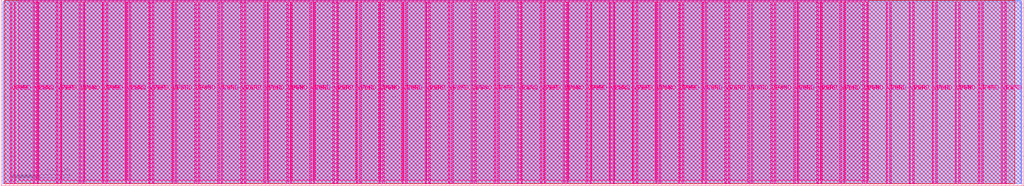
<source format=lef>
VERSION 5.7 ;
  NOWIREEXTENSIONATPIN ON ;
  DIVIDERCHAR "/" ;
  BUSBITCHARS "[]" ;
MACRO tt_um_snn_with_delays_paolaunisa
  CLASS BLOCK ;
  FOREIGN tt_um_snn_with_delays_paolaunisa ;
  ORIGIN 0.000 0.000 ;
  SIZE 1724.160 BY 313.740 ;
  PIN VGND
    DIRECTION INOUT ;
    USE GROUND ;
    PORT
      LAYER Metal5 ;
        RECT 21.580 3.560 23.780 310.180 ;
    END
    PORT
      LAYER Metal5 ;
        RECT 60.450 3.560 62.650 310.180 ;
    END
    PORT
      LAYER Metal5 ;
        RECT 99.320 3.560 101.520 310.180 ;
    END
    PORT
      LAYER Metal5 ;
        RECT 138.190 3.560 140.390 310.180 ;
    END
    PORT
      LAYER Metal5 ;
        RECT 177.060 3.560 179.260 310.180 ;
    END
    PORT
      LAYER Metal5 ;
        RECT 215.930 3.560 218.130 310.180 ;
    END
    PORT
      LAYER Metal5 ;
        RECT 254.800 3.560 257.000 310.180 ;
    END
    PORT
      LAYER Metal5 ;
        RECT 293.670 3.560 295.870 310.180 ;
    END
    PORT
      LAYER Metal5 ;
        RECT 332.540 3.560 334.740 310.180 ;
    END
    PORT
      LAYER Metal5 ;
        RECT 371.410 3.560 373.610 310.180 ;
    END
    PORT
      LAYER Metal5 ;
        RECT 410.280 3.560 412.480 310.180 ;
    END
    PORT
      LAYER Metal5 ;
        RECT 449.150 3.560 451.350 310.180 ;
    END
    PORT
      LAYER Metal5 ;
        RECT 488.020 3.560 490.220 310.180 ;
    END
    PORT
      LAYER Metal5 ;
        RECT 526.890 3.560 529.090 310.180 ;
    END
    PORT
      LAYER Metal5 ;
        RECT 565.760 3.560 567.960 310.180 ;
    END
    PORT
      LAYER Metal5 ;
        RECT 604.630 3.560 606.830 310.180 ;
    END
    PORT
      LAYER Metal5 ;
        RECT 643.500 3.560 645.700 310.180 ;
    END
    PORT
      LAYER Metal5 ;
        RECT 682.370 3.560 684.570 310.180 ;
    END
    PORT
      LAYER Metal5 ;
        RECT 721.240 3.560 723.440 310.180 ;
    END
    PORT
      LAYER Metal5 ;
        RECT 760.110 3.560 762.310 310.180 ;
    END
    PORT
      LAYER Metal5 ;
        RECT 798.980 3.560 801.180 310.180 ;
    END
    PORT
      LAYER Metal5 ;
        RECT 837.850 3.560 840.050 310.180 ;
    END
    PORT
      LAYER Metal5 ;
        RECT 876.720 3.560 878.920 310.180 ;
    END
    PORT
      LAYER Metal5 ;
        RECT 915.590 3.560 917.790 310.180 ;
    END
    PORT
      LAYER Metal5 ;
        RECT 954.460 3.560 956.660 310.180 ;
    END
    PORT
      LAYER Metal5 ;
        RECT 993.330 3.560 995.530 310.180 ;
    END
    PORT
      LAYER Metal5 ;
        RECT 1032.200 3.560 1034.400 310.180 ;
    END
    PORT
      LAYER Metal5 ;
        RECT 1071.070 3.560 1073.270 310.180 ;
    END
    PORT
      LAYER Metal5 ;
        RECT 1109.940 3.560 1112.140 310.180 ;
    END
    PORT
      LAYER Metal5 ;
        RECT 1148.810 3.560 1151.010 310.180 ;
    END
    PORT
      LAYER Metal5 ;
        RECT 1187.680 3.560 1189.880 310.180 ;
    END
    PORT
      LAYER Metal5 ;
        RECT 1226.550 3.560 1228.750 310.180 ;
    END
    PORT
      LAYER Metal5 ;
        RECT 1265.420 3.560 1267.620 310.180 ;
    END
    PORT
      LAYER Metal5 ;
        RECT 1304.290 3.560 1306.490 310.180 ;
    END
    PORT
      LAYER Metal5 ;
        RECT 1343.160 3.560 1345.360 310.180 ;
    END
    PORT
      LAYER Metal5 ;
        RECT 1382.030 3.560 1384.230 310.180 ;
    END
    PORT
      LAYER Metal5 ;
        RECT 1420.900 3.560 1423.100 310.180 ;
    END
    PORT
      LAYER Metal5 ;
        RECT 1459.770 3.560 1461.970 310.180 ;
    END
    PORT
      LAYER Metal5 ;
        RECT 1498.640 3.560 1500.840 310.180 ;
    END
    PORT
      LAYER Metal5 ;
        RECT 1537.510 3.560 1539.710 310.180 ;
    END
    PORT
      LAYER Metal5 ;
        RECT 1576.380 3.560 1578.580 310.180 ;
    END
    PORT
      LAYER Metal5 ;
        RECT 1615.250 3.560 1617.450 310.180 ;
    END
    PORT
      LAYER Metal5 ;
        RECT 1654.120 3.560 1656.320 310.180 ;
    END
    PORT
      LAYER Metal5 ;
        RECT 1692.990 3.560 1695.190 310.180 ;
    END
  END VGND
  PIN VPWR
    DIRECTION INOUT ;
    USE POWER ;
    PORT
      LAYER Metal5 ;
        RECT 15.380 3.560 17.580 310.180 ;
    END
    PORT
      LAYER Metal5 ;
        RECT 54.250 3.560 56.450 310.180 ;
    END
    PORT
      LAYER Metal5 ;
        RECT 93.120 3.560 95.320 310.180 ;
    END
    PORT
      LAYER Metal5 ;
        RECT 131.990 3.560 134.190 310.180 ;
    END
    PORT
      LAYER Metal5 ;
        RECT 170.860 3.560 173.060 310.180 ;
    END
    PORT
      LAYER Metal5 ;
        RECT 209.730 3.560 211.930 310.180 ;
    END
    PORT
      LAYER Metal5 ;
        RECT 248.600 3.560 250.800 310.180 ;
    END
    PORT
      LAYER Metal5 ;
        RECT 287.470 3.560 289.670 310.180 ;
    END
    PORT
      LAYER Metal5 ;
        RECT 326.340 3.560 328.540 310.180 ;
    END
    PORT
      LAYER Metal5 ;
        RECT 365.210 3.560 367.410 310.180 ;
    END
    PORT
      LAYER Metal5 ;
        RECT 404.080 3.560 406.280 310.180 ;
    END
    PORT
      LAYER Metal5 ;
        RECT 442.950 3.560 445.150 310.180 ;
    END
    PORT
      LAYER Metal5 ;
        RECT 481.820 3.560 484.020 310.180 ;
    END
    PORT
      LAYER Metal5 ;
        RECT 520.690 3.560 522.890 310.180 ;
    END
    PORT
      LAYER Metal5 ;
        RECT 559.560 3.560 561.760 310.180 ;
    END
    PORT
      LAYER Metal5 ;
        RECT 598.430 3.560 600.630 310.180 ;
    END
    PORT
      LAYER Metal5 ;
        RECT 637.300 3.560 639.500 310.180 ;
    END
    PORT
      LAYER Metal5 ;
        RECT 676.170 3.560 678.370 310.180 ;
    END
    PORT
      LAYER Metal5 ;
        RECT 715.040 3.560 717.240 310.180 ;
    END
    PORT
      LAYER Metal5 ;
        RECT 753.910 3.560 756.110 310.180 ;
    END
    PORT
      LAYER Metal5 ;
        RECT 792.780 3.560 794.980 310.180 ;
    END
    PORT
      LAYER Metal5 ;
        RECT 831.650 3.560 833.850 310.180 ;
    END
    PORT
      LAYER Metal5 ;
        RECT 870.520 3.560 872.720 310.180 ;
    END
    PORT
      LAYER Metal5 ;
        RECT 909.390 3.560 911.590 310.180 ;
    END
    PORT
      LAYER Metal5 ;
        RECT 948.260 3.560 950.460 310.180 ;
    END
    PORT
      LAYER Metal5 ;
        RECT 987.130 3.560 989.330 310.180 ;
    END
    PORT
      LAYER Metal5 ;
        RECT 1026.000 3.560 1028.200 310.180 ;
    END
    PORT
      LAYER Metal5 ;
        RECT 1064.870 3.560 1067.070 310.180 ;
    END
    PORT
      LAYER Metal5 ;
        RECT 1103.740 3.560 1105.940 310.180 ;
    END
    PORT
      LAYER Metal5 ;
        RECT 1142.610 3.560 1144.810 310.180 ;
    END
    PORT
      LAYER Metal5 ;
        RECT 1181.480 3.560 1183.680 310.180 ;
    END
    PORT
      LAYER Metal5 ;
        RECT 1220.350 3.560 1222.550 310.180 ;
    END
    PORT
      LAYER Metal5 ;
        RECT 1259.220 3.560 1261.420 310.180 ;
    END
    PORT
      LAYER Metal5 ;
        RECT 1298.090 3.560 1300.290 310.180 ;
    END
    PORT
      LAYER Metal5 ;
        RECT 1336.960 3.560 1339.160 310.180 ;
    END
    PORT
      LAYER Metal5 ;
        RECT 1375.830 3.560 1378.030 310.180 ;
    END
    PORT
      LAYER Metal5 ;
        RECT 1414.700 3.560 1416.900 310.180 ;
    END
    PORT
      LAYER Metal5 ;
        RECT 1453.570 3.560 1455.770 310.180 ;
    END
    PORT
      LAYER Metal5 ;
        RECT 1492.440 3.560 1494.640 310.180 ;
    END
    PORT
      LAYER Metal5 ;
        RECT 1531.310 3.560 1533.510 310.180 ;
    END
    PORT
      LAYER Metal5 ;
        RECT 1570.180 3.560 1572.380 310.180 ;
    END
    PORT
      LAYER Metal5 ;
        RECT 1609.050 3.560 1611.250 310.180 ;
    END
    PORT
      LAYER Metal5 ;
        RECT 1647.920 3.560 1650.120 310.180 ;
    END
    PORT
      LAYER Metal5 ;
        RECT 1686.790 3.560 1688.990 310.180 ;
    END
  END VPWR
  PIN clk
    DIRECTION INPUT ;
    USE SIGNAL ;
    ANTENNAGATEAREA 0.213200 ;
    PORT
      LAYER Metal5 ;
        RECT 187.050 312.740 187.350 313.740 ;
    END
  END clk
  PIN ena
    DIRECTION INPUT ;
    USE SIGNAL ;
    PORT
      LAYER Metal5 ;
        RECT 190.890 312.740 191.190 313.740 ;
    END
  END ena
  PIN rst_n
    DIRECTION INPUT ;
    USE SIGNAL ;
    ANTENNAGATEAREA 0.213200 ;
    PORT
      LAYER Metal5 ;
        RECT 183.210 312.740 183.510 313.740 ;
    END
  END rst_n
  PIN ui_in[0]
    DIRECTION INPUT ;
    USE SIGNAL ;
    ANTENNAGATEAREA 0.725400 ;
    PORT
      LAYER Metal5 ;
        RECT 179.370 312.740 179.670 313.740 ;
    END
  END ui_in[0]
  PIN ui_in[1]
    DIRECTION INPUT ;
    USE SIGNAL ;
    ANTENNAGATEAREA 0.725400 ;
    PORT
      LAYER Metal5 ;
        RECT 175.530 312.740 175.830 313.740 ;
    END
  END ui_in[1]
  PIN ui_in[2]
    DIRECTION INPUT ;
    USE SIGNAL ;
    ANTENNAGATEAREA 0.725400 ;
    PORT
      LAYER Metal5 ;
        RECT 171.690 312.740 171.990 313.740 ;
    END
  END ui_in[2]
  PIN ui_in[3]
    DIRECTION INPUT ;
    USE SIGNAL ;
    ANTENNAGATEAREA 0.314600 ;
    PORT
      LAYER Metal5 ;
        RECT 167.850 312.740 168.150 313.740 ;
    END
  END ui_in[3]
  PIN ui_in[4]
    DIRECTION INPUT ;
    USE SIGNAL ;
    ANTENNAGATEAREA 0.725400 ;
    PORT
      LAYER Metal5 ;
        RECT 164.010 312.740 164.310 313.740 ;
    END
  END ui_in[4]
  PIN ui_in[5]
    DIRECTION INPUT ;
    USE SIGNAL ;
    ANTENNAGATEAREA 0.725400 ;
    PORT
      LAYER Metal5 ;
        RECT 160.170 312.740 160.470 313.740 ;
    END
  END ui_in[5]
  PIN ui_in[6]
    DIRECTION INPUT ;
    USE SIGNAL ;
    ANTENNAGATEAREA 0.725400 ;
    PORT
      LAYER Metal5 ;
        RECT 156.330 312.740 156.630 313.740 ;
    END
  END ui_in[6]
  PIN ui_in[7]
    DIRECTION INPUT ;
    USE SIGNAL ;
    ANTENNAGATEAREA 0.725400 ;
    PORT
      LAYER Metal5 ;
        RECT 152.490 312.740 152.790 313.740 ;
    END
  END ui_in[7]
  PIN uio_in[0]
    DIRECTION INPUT ;
    USE SIGNAL ;
    ANTENNAGATEAREA 0.725400 ;
    PORT
      LAYER Metal5 ;
        RECT 148.650 312.740 148.950 313.740 ;
    END
  END uio_in[0]
  PIN uio_in[1]
    DIRECTION INPUT ;
    USE SIGNAL ;
    ANTENNAGATEAREA 0.725400 ;
    PORT
      LAYER Metal5 ;
        RECT 144.810 312.740 145.110 313.740 ;
    END
  END uio_in[1]
  PIN uio_in[2]
    DIRECTION INPUT ;
    USE SIGNAL ;
    PORT
      LAYER Metal5 ;
        RECT 140.970 312.740 141.270 313.740 ;
    END
  END uio_in[2]
  PIN uio_in[3]
    DIRECTION INPUT ;
    USE SIGNAL ;
    ANTENNAGATEAREA 1.765400 ;
    PORT
      LAYER Metal5 ;
        RECT 137.130 312.740 137.430 313.740 ;
    END
  END uio_in[3]
  PIN uio_in[4]
    DIRECTION INPUT ;
    USE SIGNAL ;
    ANTENNAGATEAREA 0.314600 ;
    PORT
      LAYER Metal5 ;
        RECT 133.290 312.740 133.590 313.740 ;
    END
  END uio_in[4]
  PIN uio_in[5]
    DIRECTION INPUT ;
    USE SIGNAL ;
    PORT
      LAYER Metal5 ;
        RECT 129.450 312.740 129.750 313.740 ;
    END
  END uio_in[5]
  PIN uio_in[6]
    DIRECTION INPUT ;
    USE SIGNAL ;
    ANTENNAGATEAREA 0.314600 ;
    PORT
      LAYER Metal5 ;
        RECT 125.610 312.740 125.910 313.740 ;
    END
  END uio_in[6]
  PIN uio_in[7]
    DIRECTION INPUT ;
    USE SIGNAL ;
    PORT
      LAYER Metal5 ;
        RECT 121.770 312.740 122.070 313.740 ;
    END
  END uio_in[7]
  PIN uio_oe[0]
    DIRECTION OUTPUT ;
    USE SIGNAL ;
    ANTENNADIFFAREA 0.299200 ;
    PORT
      LAYER Metal5 ;
        RECT 56.490 312.740 56.790 313.740 ;
    END
  END uio_oe[0]
  PIN uio_oe[1]
    DIRECTION OUTPUT ;
    USE SIGNAL ;
    ANTENNADIFFAREA 0.299200 ;
    PORT
      LAYER Metal5 ;
        RECT 52.650 312.740 52.950 313.740 ;
    END
  END uio_oe[1]
  PIN uio_oe[2]
    DIRECTION OUTPUT ;
    USE SIGNAL ;
    ANTENNADIFFAREA 0.392700 ;
    PORT
      LAYER Metal5 ;
        RECT 48.810 312.740 49.110 313.740 ;
    END
  END uio_oe[2]
  PIN uio_oe[3]
    DIRECTION OUTPUT ;
    USE SIGNAL ;
    ANTENNADIFFAREA 0.299200 ;
    PORT
      LAYER Metal5 ;
        RECT 44.970 312.740 45.270 313.740 ;
    END
  END uio_oe[3]
  PIN uio_oe[4]
    DIRECTION OUTPUT ;
    USE SIGNAL ;
    ANTENNADIFFAREA 0.299200 ;
    PORT
      LAYER Metal5 ;
        RECT 41.130 312.740 41.430 313.740 ;
    END
  END uio_oe[4]
  PIN uio_oe[5]
    DIRECTION OUTPUT ;
    USE SIGNAL ;
    ANTENNADIFFAREA 0.392700 ;
    PORT
      LAYER Metal5 ;
        RECT 37.290 312.740 37.590 313.740 ;
    END
  END uio_oe[5]
  PIN uio_oe[6]
    DIRECTION OUTPUT ;
    USE SIGNAL ;
    ANTENNADIFFAREA 0.299200 ;
    PORT
      LAYER Metal5 ;
        RECT 33.450 312.740 33.750 313.740 ;
    END
  END uio_oe[6]
  PIN uio_oe[7]
    DIRECTION OUTPUT ;
    USE SIGNAL ;
    ANTENNADIFFAREA 0.392700 ;
    PORT
      LAYER Metal5 ;
        RECT 29.610 312.740 29.910 313.740 ;
    END
  END uio_oe[7]
  PIN uio_out[0]
    DIRECTION OUTPUT ;
    USE SIGNAL ;
    ANTENNADIFFAREA 0.299200 ;
    PORT
      LAYER Metal5 ;
        RECT 87.210 312.740 87.510 313.740 ;
    END
  END uio_out[0]
  PIN uio_out[1]
    DIRECTION OUTPUT ;
    USE SIGNAL ;
    ANTENNADIFFAREA 0.299200 ;
    PORT
      LAYER Metal5 ;
        RECT 83.370 312.740 83.670 313.740 ;
    END
  END uio_out[1]
  PIN uio_out[2]
    DIRECTION OUTPUT ;
    USE SIGNAL ;
    ANTENNADIFFAREA 2.827200 ;
    PORT
      LAYER Metal5 ;
        RECT 79.530 312.740 79.830 313.740 ;
    END
  END uio_out[2]
  PIN uio_out[3]
    DIRECTION OUTPUT ;
    USE SIGNAL ;
    ANTENNADIFFAREA 0.299200 ;
    PORT
      LAYER Metal5 ;
        RECT 75.690 312.740 75.990 313.740 ;
    END
  END uio_out[3]
  PIN uio_out[4]
    DIRECTION OUTPUT ;
    USE SIGNAL ;
    ANTENNADIFFAREA 0.299200 ;
    PORT
      LAYER Metal5 ;
        RECT 71.850 312.740 72.150 313.740 ;
    END
  END uio_out[4]
  PIN uio_out[5]
    DIRECTION OUTPUT ;
    USE SIGNAL ;
    ANTENNADIFFAREA 1.413600 ;
    PORT
      LAYER Metal5 ;
        RECT 68.010 312.740 68.310 313.740 ;
    END
  END uio_out[5]
  PIN uio_out[6]
    DIRECTION OUTPUT ;
    USE SIGNAL ;
    ANTENNADIFFAREA 0.299200 ;
    PORT
      LAYER Metal5 ;
        RECT 64.170 312.740 64.470 313.740 ;
    END
  END uio_out[6]
  PIN uio_out[7]
    DIRECTION OUTPUT ;
    USE SIGNAL ;
    ANTENNADIFFAREA 2.827200 ;
    PORT
      LAYER Metal5 ;
        RECT 60.330 312.740 60.630 313.740 ;
    END
  END uio_out[7]
  PIN uo_out[0]
    DIRECTION OUTPUT ;
    USE SIGNAL ;
    ANTENNADIFFAREA 0.988000 ;
    PORT
      LAYER Metal5 ;
        RECT 117.930 312.740 118.230 313.740 ;
    END
  END uo_out[0]
  PIN uo_out[1]
    DIRECTION OUTPUT ;
    USE SIGNAL ;
    ANTENNADIFFAREA 0.988000 ;
    PORT
      LAYER Metal5 ;
        RECT 114.090 312.740 114.390 313.740 ;
    END
  END uo_out[1]
  PIN uo_out[2]
    DIRECTION OUTPUT ;
    USE SIGNAL ;
    ANTENNADIFFAREA 0.706800 ;
    PORT
      LAYER Metal5 ;
        RECT 110.250 312.740 110.550 313.740 ;
    END
  END uo_out[2]
  PIN uo_out[3]
    DIRECTION OUTPUT ;
    USE SIGNAL ;
    ANTENNADIFFAREA 0.988000 ;
    PORT
      LAYER Metal5 ;
        RECT 106.410 312.740 106.710 313.740 ;
    END
  END uo_out[3]
  PIN uo_out[4]
    DIRECTION OUTPUT ;
    USE SIGNAL ;
    ANTENNADIFFAREA 0.706800 ;
    PORT
      LAYER Metal5 ;
        RECT 102.570 312.740 102.870 313.740 ;
    END
  END uo_out[4]
  PIN uo_out[5]
    DIRECTION OUTPUT ;
    USE SIGNAL ;
    ANTENNADIFFAREA 1.413600 ;
    PORT
      LAYER Metal5 ;
        RECT 98.730 312.740 99.030 313.740 ;
    END
  END uo_out[5]
  PIN uo_out[6]
    DIRECTION OUTPUT ;
    USE SIGNAL ;
    ANTENNADIFFAREA 1.413600 ;
    PORT
      LAYER Metal5 ;
        RECT 94.890 312.740 95.190 313.740 ;
    END
  END uo_out[6]
  PIN uo_out[7]
    DIRECTION OUTPUT ;
    USE SIGNAL ;
    ANTENNADIFFAREA 1.413600 ;
    PORT
      LAYER Metal5 ;
        RECT 91.050 312.740 91.350 313.740 ;
    END
  END uo_out[7]
  OBS
      LAYER GatPoly ;
        RECT 2.880 3.630 1721.280 310.110 ;
      LAYER Metal1 ;
        RECT 2.880 3.560 1721.280 310.180 ;
      LAYER Metal2 ;
        RECT 4.175 3.680 1720.465 311.740 ;
      LAYER Metal3 ;
        RECT 6.140 3.635 1719.460 313.045 ;
      LAYER Metal4 ;
        RECT 6.095 3.680 1709.905 313.000 ;
      LAYER Metal5 ;
        RECT 30.120 312.530 33.240 312.740 ;
        RECT 33.960 312.530 37.080 312.740 ;
        RECT 37.800 312.530 40.920 312.740 ;
        RECT 41.640 312.530 44.760 312.740 ;
        RECT 45.480 312.530 48.600 312.740 ;
        RECT 49.320 312.530 52.440 312.740 ;
        RECT 53.160 312.530 56.280 312.740 ;
        RECT 57.000 312.530 60.120 312.740 ;
        RECT 60.840 312.530 63.960 312.740 ;
        RECT 64.680 312.530 67.800 312.740 ;
        RECT 68.520 312.530 71.640 312.740 ;
        RECT 72.360 312.530 75.480 312.740 ;
        RECT 76.200 312.530 79.320 312.740 ;
        RECT 80.040 312.530 83.160 312.740 ;
        RECT 83.880 312.530 87.000 312.740 ;
        RECT 87.720 312.530 90.840 312.740 ;
        RECT 91.560 312.530 94.680 312.740 ;
        RECT 95.400 312.530 98.520 312.740 ;
        RECT 99.240 312.530 102.360 312.740 ;
        RECT 103.080 312.530 106.200 312.740 ;
        RECT 106.920 312.530 110.040 312.740 ;
        RECT 110.760 312.530 113.880 312.740 ;
        RECT 114.600 312.530 117.720 312.740 ;
        RECT 118.440 312.530 121.560 312.740 ;
        RECT 122.280 312.530 125.400 312.740 ;
        RECT 126.120 312.530 129.240 312.740 ;
        RECT 129.960 312.530 133.080 312.740 ;
        RECT 133.800 312.530 136.920 312.740 ;
        RECT 137.640 312.530 140.760 312.740 ;
        RECT 141.480 312.530 144.600 312.740 ;
        RECT 145.320 312.530 148.440 312.740 ;
        RECT 149.160 312.530 152.280 312.740 ;
        RECT 153.000 312.530 156.120 312.740 ;
        RECT 156.840 312.530 159.960 312.740 ;
        RECT 160.680 312.530 163.800 312.740 ;
        RECT 164.520 312.530 167.640 312.740 ;
        RECT 168.360 312.530 171.480 312.740 ;
        RECT 172.200 312.530 175.320 312.740 ;
        RECT 176.040 312.530 179.160 312.740 ;
        RECT 179.880 312.530 183.000 312.740 ;
        RECT 183.720 312.530 186.840 312.740 ;
        RECT 187.560 312.530 190.680 312.740 ;
        RECT 191.400 312.530 1462.660 312.740 ;
        RECT 29.660 310.390 1462.660 312.530 ;
        RECT 29.660 9.515 54.040 310.390 ;
        RECT 56.660 9.515 60.240 310.390 ;
        RECT 62.860 9.515 92.910 310.390 ;
        RECT 95.530 9.515 99.110 310.390 ;
        RECT 101.730 9.515 131.780 310.390 ;
        RECT 134.400 9.515 137.980 310.390 ;
        RECT 140.600 9.515 170.650 310.390 ;
        RECT 173.270 9.515 176.850 310.390 ;
        RECT 179.470 9.515 209.520 310.390 ;
        RECT 212.140 9.515 215.720 310.390 ;
        RECT 218.340 9.515 248.390 310.390 ;
        RECT 251.010 9.515 254.590 310.390 ;
        RECT 257.210 9.515 287.260 310.390 ;
        RECT 289.880 9.515 293.460 310.390 ;
        RECT 296.080 9.515 326.130 310.390 ;
        RECT 328.750 9.515 332.330 310.390 ;
        RECT 334.950 9.515 365.000 310.390 ;
        RECT 367.620 9.515 371.200 310.390 ;
        RECT 373.820 9.515 403.870 310.390 ;
        RECT 406.490 9.515 410.070 310.390 ;
        RECT 412.690 9.515 442.740 310.390 ;
        RECT 445.360 9.515 448.940 310.390 ;
        RECT 451.560 9.515 481.610 310.390 ;
        RECT 484.230 9.515 487.810 310.390 ;
        RECT 490.430 9.515 520.480 310.390 ;
        RECT 523.100 9.515 526.680 310.390 ;
        RECT 529.300 9.515 559.350 310.390 ;
        RECT 561.970 9.515 565.550 310.390 ;
        RECT 568.170 9.515 598.220 310.390 ;
        RECT 600.840 9.515 604.420 310.390 ;
        RECT 607.040 9.515 637.090 310.390 ;
        RECT 639.710 9.515 643.290 310.390 ;
        RECT 645.910 9.515 675.960 310.390 ;
        RECT 678.580 9.515 682.160 310.390 ;
        RECT 684.780 9.515 714.830 310.390 ;
        RECT 717.450 9.515 721.030 310.390 ;
        RECT 723.650 9.515 753.700 310.390 ;
        RECT 756.320 9.515 759.900 310.390 ;
        RECT 762.520 9.515 792.570 310.390 ;
        RECT 795.190 9.515 798.770 310.390 ;
        RECT 801.390 9.515 831.440 310.390 ;
        RECT 834.060 9.515 837.640 310.390 ;
        RECT 840.260 9.515 870.310 310.390 ;
        RECT 872.930 9.515 876.510 310.390 ;
        RECT 879.130 9.515 909.180 310.390 ;
        RECT 911.800 9.515 915.380 310.390 ;
        RECT 918.000 9.515 948.050 310.390 ;
        RECT 950.670 9.515 954.250 310.390 ;
        RECT 956.870 9.515 986.920 310.390 ;
        RECT 989.540 9.515 993.120 310.390 ;
        RECT 995.740 9.515 1025.790 310.390 ;
        RECT 1028.410 9.515 1031.990 310.390 ;
        RECT 1034.610 9.515 1064.660 310.390 ;
        RECT 1067.280 9.515 1070.860 310.390 ;
        RECT 1073.480 9.515 1103.530 310.390 ;
        RECT 1106.150 9.515 1109.730 310.390 ;
        RECT 1112.350 9.515 1142.400 310.390 ;
        RECT 1145.020 9.515 1148.600 310.390 ;
        RECT 1151.220 9.515 1181.270 310.390 ;
        RECT 1183.890 9.515 1187.470 310.390 ;
        RECT 1190.090 9.515 1220.140 310.390 ;
        RECT 1222.760 9.515 1226.340 310.390 ;
        RECT 1228.960 9.515 1259.010 310.390 ;
        RECT 1261.630 9.515 1265.210 310.390 ;
        RECT 1267.830 9.515 1297.880 310.390 ;
        RECT 1300.500 9.515 1304.080 310.390 ;
        RECT 1306.700 9.515 1336.750 310.390 ;
        RECT 1339.370 9.515 1342.950 310.390 ;
        RECT 1345.570 9.515 1375.620 310.390 ;
        RECT 1378.240 9.515 1381.820 310.390 ;
        RECT 1384.440 9.515 1414.490 310.390 ;
        RECT 1417.110 9.515 1420.690 310.390 ;
        RECT 1423.310 9.515 1453.360 310.390 ;
        RECT 1455.980 9.515 1459.560 310.390 ;
        RECT 1462.180 9.515 1462.660 310.390 ;
  END
END tt_um_snn_with_delays_paolaunisa
END LIBRARY


</source>
